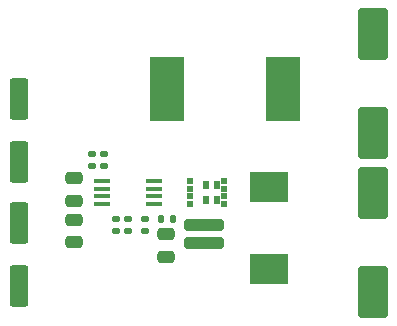
<source format=gbr>
%TF.GenerationSoftware,KiCad,Pcbnew,7.0.8*%
%TF.CreationDate,2023-10-17T18:42:51+11:00*%
%TF.ProjectId,bstconv,62737463-6f6e-4762-9e6b-696361645f70,rev?*%
%TF.SameCoordinates,Original*%
%TF.FileFunction,Paste,Top*%
%TF.FilePolarity,Positive*%
%FSLAX46Y46*%
G04 Gerber Fmt 4.6, Leading zero omitted, Abs format (unit mm)*
G04 Created by KiCad (PCBNEW 7.0.8) date 2023-10-17 18:42:51*
%MOMM*%
%LPD*%
G01*
G04 APERTURE LIST*
G04 Aperture macros list*
%AMRoundRect*
0 Rectangle with rounded corners*
0 $1 Rounding radius*
0 $2 $3 $4 $5 $6 $7 $8 $9 X,Y pos of 4 corners*
0 Add a 4 corners polygon primitive as box body*
4,1,4,$2,$3,$4,$5,$6,$7,$8,$9,$2,$3,0*
0 Add four circle primitives for the rounded corners*
1,1,$1+$1,$2,$3*
1,1,$1+$1,$4,$5*
1,1,$1+$1,$6,$7*
1,1,$1+$1,$8,$9*
0 Add four rect primitives between the rounded corners*
20,1,$1+$1,$2,$3,$4,$5,0*
20,1,$1+$1,$4,$5,$6,$7,0*
20,1,$1+$1,$6,$7,$8,$9,0*
20,1,$1+$1,$8,$9,$2,$3,0*%
G04 Aperture macros list end*
%ADD10RoundRect,0.135000X-0.185000X0.135000X-0.185000X-0.135000X0.185000X-0.135000X0.185000X0.135000X0*%
%ADD11R,1.450000X0.450000*%
%ADD12RoundRect,0.250000X-0.475000X0.250000X-0.475000X-0.250000X0.475000X-0.250000X0.475000X0.250000X0*%
%ADD13R,2.900000X5.400000*%
%ADD14RoundRect,0.135000X0.185000X-0.135000X0.185000X0.135000X-0.185000X0.135000X-0.185000X-0.135000X0*%
%ADD15RoundRect,0.250000X-0.550000X1.500000X-0.550000X-1.500000X0.550000X-1.500000X0.550000X1.500000X0*%
%ADD16R,0.570000X0.738000*%
%ADD17R,0.630000X0.505000*%
%ADD18R,0.630000X0.500000*%
%ADD19RoundRect,0.250000X1.450000X-0.250000X1.450000X0.250000X-1.450000X0.250000X-1.450000X-0.250000X0*%
%ADD20RoundRect,0.135000X-0.135000X-0.185000X0.135000X-0.185000X0.135000X0.185000X-0.135000X0.185000X0*%
%ADD21RoundRect,0.250000X1.000000X-1.950000X1.000000X1.950000X-1.000000X1.950000X-1.000000X-1.950000X0*%
%ADD22R,3.300000X2.500000*%
%ADD23RoundRect,0.140000X-0.170000X0.140000X-0.170000X-0.140000X0.170000X-0.140000X0.170000X0.140000X0*%
%ADD24RoundRect,0.250000X-1.000000X1.950000X-1.000000X-1.950000X1.000000X-1.950000X1.000000X1.950000X0*%
G04 APERTURE END LIST*
D10*
%TO.C,R1*%
X144750000Y-152240000D03*
X144750000Y-153260000D03*
%TD*%
D11*
%TO.C,U1*%
X141050000Y-149025000D03*
X141050000Y-149675000D03*
X141050000Y-150325000D03*
X141050000Y-150975000D03*
X145450000Y-150975000D03*
X145450000Y-150325000D03*
X145450000Y-149675000D03*
X145450000Y-149025000D03*
%TD*%
D12*
%TO.C,C4*%
X138750000Y-148800000D03*
X138750000Y-150700000D03*
%TD*%
D13*
%TO.C,L1*%
X146550000Y-141250000D03*
X156450000Y-141250000D03*
%TD*%
D14*
%TO.C,R2*%
X141250000Y-147760000D03*
X141250000Y-146740000D03*
%TD*%
D15*
%TO.C,C1*%
X134050000Y-152550000D03*
X134050000Y-157950000D03*
%TD*%
D10*
%TO.C,R3*%
X142250000Y-152240000D03*
X142250000Y-153260000D03*
%TD*%
D16*
%TO.C,Q1*%
X149910000Y-149390000D03*
X149910000Y-150610000D03*
X150860000Y-149390000D03*
X150860000Y-150610000D03*
D17*
X151440000Y-149027500D03*
D18*
X151440000Y-149670000D03*
X151440000Y-150330000D03*
D17*
X151440000Y-150972500D03*
D18*
X148560000Y-149030000D03*
X148560000Y-149670000D03*
X148560000Y-150330000D03*
X148560000Y-150970000D03*
%TD*%
D19*
%TO.C,R6*%
X149750000Y-154250000D03*
X149750000Y-152750000D03*
%TD*%
D20*
%TO.C,R5*%
X146090000Y-152250000D03*
X147110000Y-152250000D03*
%TD*%
D10*
%TO.C,R4*%
X143250000Y-152240000D03*
X143250000Y-153260000D03*
%TD*%
D21*
%TO.C,C7*%
X164000000Y-144950000D03*
X164000000Y-136550000D03*
%TD*%
D22*
%TO.C,D1*%
X155260000Y-149550000D03*
X155250000Y-156450000D03*
%TD*%
D12*
%TO.C,C3*%
X138750000Y-152300000D03*
X138750000Y-154200000D03*
%TD*%
%TO.C,C6*%
X146500000Y-153550000D03*
X146500000Y-155450000D03*
%TD*%
D23*
%TO.C,C5*%
X140250000Y-146770000D03*
X140250000Y-147730000D03*
%TD*%
D15*
%TO.C,C2*%
X134050000Y-142050000D03*
X134050000Y-147450000D03*
%TD*%
D24*
%TO.C,C8*%
X164000000Y-150050000D03*
X164000000Y-158450000D03*
%TD*%
M02*

</source>
